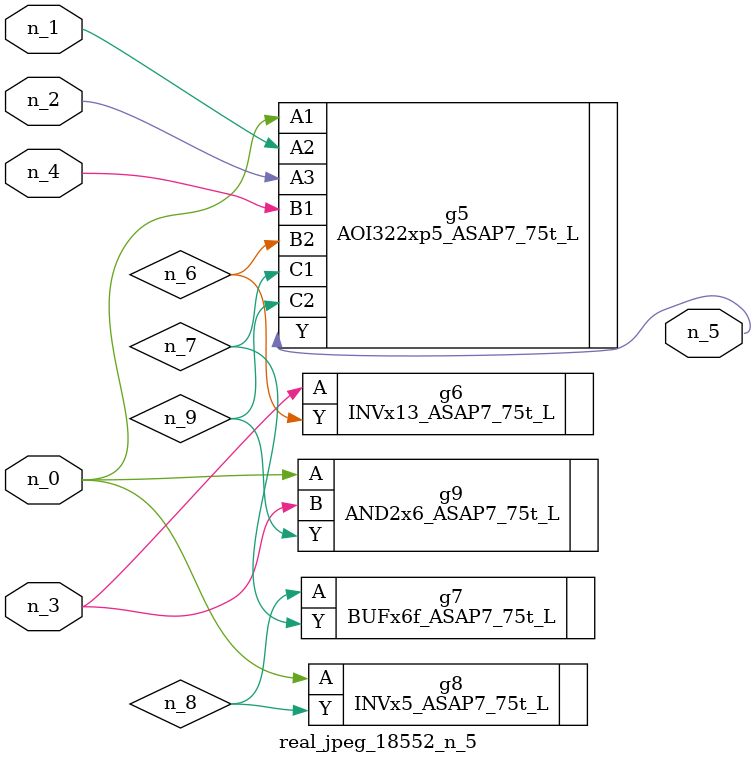
<source format=v>
module real_jpeg_18552_n_5 (n_4, n_0, n_1, n_2, n_3, n_5);

input n_4;
input n_0;
input n_1;
input n_2;
input n_3;

output n_5;

wire n_8;
wire n_6;
wire n_7;
wire n_9;

AOI322xp5_ASAP7_75t_L g5 ( 
.A1(n_0),
.A2(n_1),
.A3(n_2),
.B1(n_4),
.B2(n_6),
.C1(n_7),
.C2(n_9),
.Y(n_5)
);

INVx5_ASAP7_75t_L g8 ( 
.A(n_0),
.Y(n_8)
);

AND2x6_ASAP7_75t_L g9 ( 
.A(n_0),
.B(n_3),
.Y(n_9)
);

INVx13_ASAP7_75t_L g6 ( 
.A(n_3),
.Y(n_6)
);

BUFx6f_ASAP7_75t_L g7 ( 
.A(n_8),
.Y(n_7)
);


endmodule
</source>
